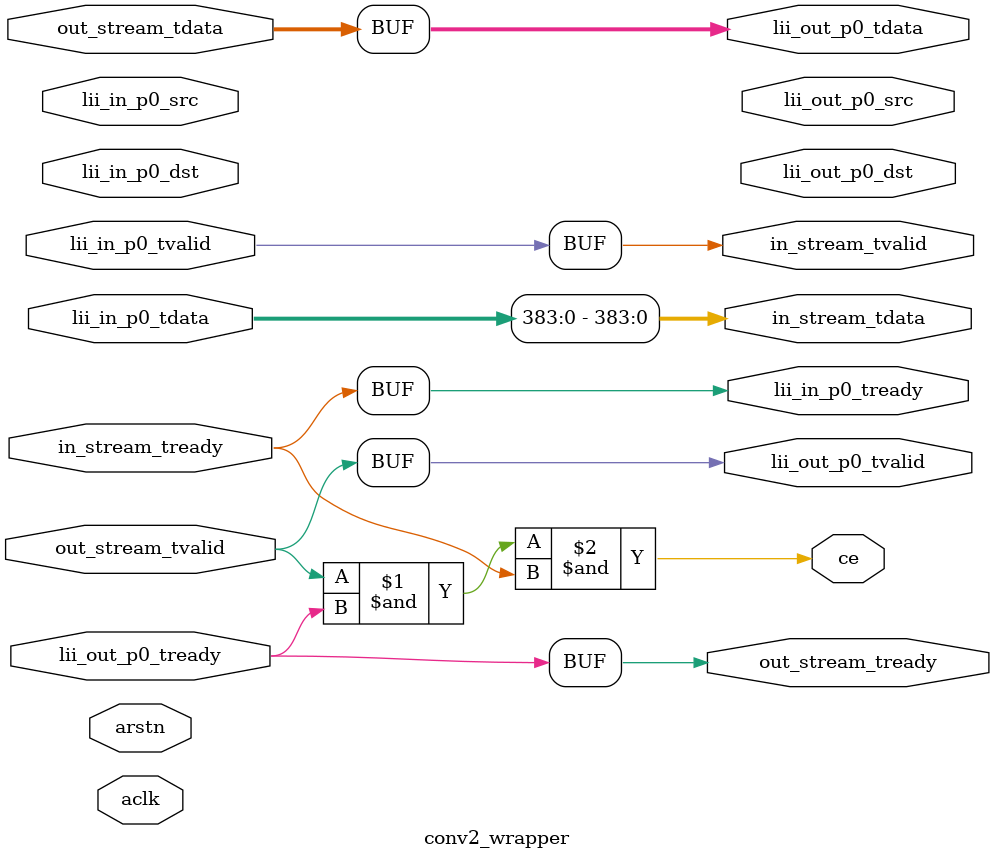
<source format=v>
`timescale 1ns/1ps

module conv2_wrapper
#(
    parameter NIN  = 1,   // logic input streams
    parameter NOUT = 1,  // logic output streams
    parameter P    = 1,              // phy in channels
    parameter Q    = 1,             // phy out channels
    parameter PW   = 1024              // packing width
)
(
    // ------ clock and reset ------
    input  wire                     aclk,
    input  wire                     arstn,
    // ------ LII phy input ------
    input  wire [PW-1:0]            lii_in_p0_tdata,
    input  wire                     lii_in_p0_tvalid,
    output wire                     lii_in_p0_tready,
    input  wire [7:0]               lii_in_p0_src,
    input  wire [7:0]               lii_in_p0_dst,
    // ------ LII phy output ------
    output wire [PW-1:0]            lii_out_p0_tdata,
    output wire                     lii_out_p0_tvalid,
    input  wire                     lii_out_p0_tready,
    output wire [7:0]               lii_out_p0_src,
    output wire [7:0]               lii_out_p0_dst,
    // ------ connection to HLS kernel ------
    output wire [383:0]   in_stream_tdata,
    output wire                     in_stream_tvalid,
    input  wire                     in_stream_tready,
    input  wire [1023:0]   out_stream_tdata,
    input  wire                     out_stream_tvalid,
    output wire                     out_stream_tready,
    // ------ clock enable for HLS kernel ------
    output wire                     ce
);

    // ========= input: unpack =========
    assign lii_in_p0_tready =
        in_stream_tready;
    assign in_stream_tdata  = lii_in_p0_tdata[383:0];
    assign in_stream_tvalid = lii_in_p0_tvalid;

    // ========= output: pack =========
    assign lii_out_p0_tvalid = 
        out_stream_tvalid;
    assign lii_out_p0_tdata = {
        out_stream_tdata
    };
    assign { out_stream_tready } =
           { lii_out_p0_tready };

    // ========= kernel clock gating =========
    assign ce = (out_stream_tvalid) &
                (lii_out_p0_tready) &
                (lii_in_p0_tready);
endmodule
</source>
